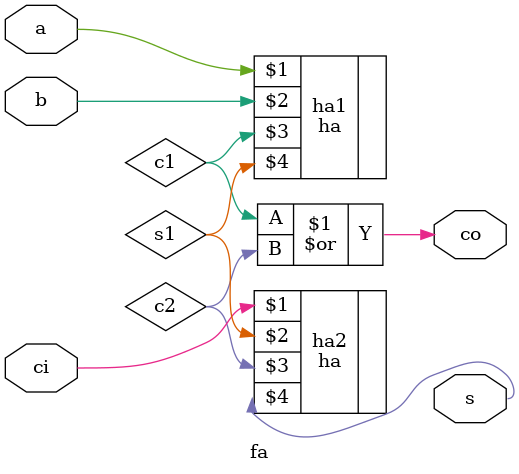
<source format=v>



module fa (
input a,
input b,
input ci,
output co,
output s);

ha ha1 (a,b,c1,s1);
ha ha2 (ci,s1,c2,s);

or(co,c1,c2);


//initial 
//$monitor ( "fa" , a,b,c1,s1,ci,s1,c2,s);
endmodule


</source>
